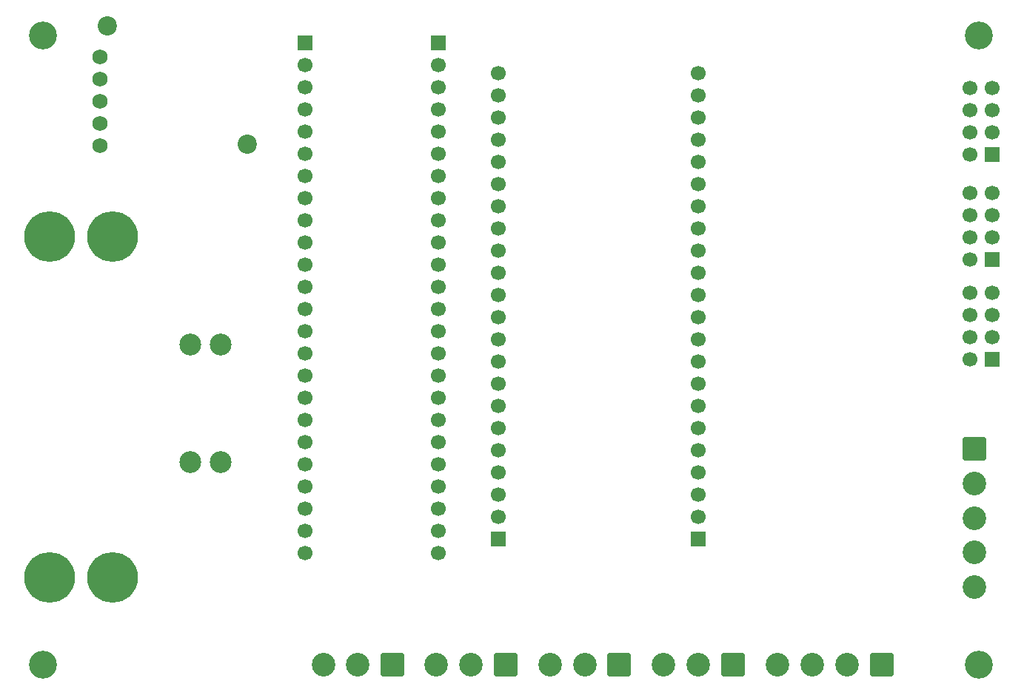
<source format=gbr>
%TF.GenerationSoftware,KiCad,Pcbnew,9.0.4*%
%TF.CreationDate,2025-12-21T10:21:05+05:30*%
%TF.ProjectId,RideOnV2Schematic,52696465-4f6e-4563-9253-6368656d6174,rev?*%
%TF.SameCoordinates,Original*%
%TF.FileFunction,Soldermask,Bot*%
%TF.FilePolarity,Negative*%
%FSLAX46Y46*%
G04 Gerber Fmt 4.6, Leading zero omitted, Abs format (unit mm)*
G04 Created by KiCad (PCBNEW 9.0.4) date 2025-12-21 10:21:05*
%MOMM*%
%LPD*%
G01*
G04 APERTURE LIST*
G04 Aperture macros list*
%AMRoundRect*
0 Rectangle with rounded corners*
0 $1 Rounding radius*
0 $2 $3 $4 $5 $6 $7 $8 $9 X,Y pos of 4 corners*
0 Add a 4 corners polygon primitive as box body*
4,1,4,$2,$3,$4,$5,$6,$7,$8,$9,$2,$3,0*
0 Add four circle primitives for the rounded corners*
1,1,$1+$1,$2,$3*
1,1,$1+$1,$4,$5*
1,1,$1+$1,$6,$7*
1,1,$1+$1,$8,$9*
0 Add four rect primitives between the rounded corners*
20,1,$1+$1,$2,$3,$4,$5,0*
20,1,$1+$1,$4,$5,$6,$7,0*
20,1,$1+$1,$6,$7,$8,$9,0*
20,1,$1+$1,$8,$9,$2,$3,0*%
G04 Aperture macros list end*
%ADD10C,2.200000*%
%ADD11C,1.734000*%
%ADD12R,1.700000X1.700000*%
%ADD13C,1.700000*%
%ADD14C,3.200000*%
%ADD15RoundRect,0.250001X1.099999X1.099999X-1.099999X1.099999X-1.099999X-1.099999X1.099999X-1.099999X0*%
%ADD16C,2.700000*%
%ADD17C,2.500000*%
%ADD18C,5.800000*%
%ADD19RoundRect,0.250001X-1.099999X1.099999X-1.099999X-1.099999X1.099999X-1.099999X1.099999X1.099999X0*%
G04 APERTURE END LIST*
D10*
%TO.C,U6*%
X91350000Y-38905000D03*
X107350000Y-52405000D03*
D11*
X90500000Y-42420000D03*
X90500000Y-44960000D03*
X90500000Y-47500000D03*
X90500000Y-50040000D03*
X90500000Y-52580000D03*
%TD*%
D12*
%TO.C,J1*%
X192540000Y-53600000D03*
D13*
X190000000Y-53600000D03*
X192540000Y-51060000D03*
X190000000Y-51060000D03*
X192540000Y-48520000D03*
X190000000Y-48520000D03*
X192540000Y-45980000D03*
X190000000Y-45980000D03*
%TD*%
D14*
%TO.C,H1*%
X84000000Y-40000000D03*
%TD*%
%TO.C,H3*%
X191000000Y-40000000D03*
%TD*%
D15*
%TO.C,J5*%
X179920000Y-112000000D03*
D16*
X175960000Y-112000000D03*
X172000000Y-112000000D03*
X168040000Y-112000000D03*
%TD*%
D12*
%TO.C,J9*%
X129200000Y-40790000D03*
D13*
X129200000Y-43330000D03*
X129200000Y-45870000D03*
X129200000Y-48410000D03*
X129200000Y-50950000D03*
X129200000Y-53490000D03*
X129200000Y-56030000D03*
X129200000Y-58570000D03*
X129200000Y-61110000D03*
X129200000Y-63650000D03*
X129200000Y-66190000D03*
X129200000Y-68730000D03*
X129200000Y-71270000D03*
X129200000Y-73810000D03*
X129200000Y-76350000D03*
X129200000Y-78890000D03*
X129200000Y-81430000D03*
X129200000Y-83970000D03*
X129200000Y-86510000D03*
X129200000Y-89050000D03*
X129200000Y-91590000D03*
X129200000Y-94130000D03*
X129200000Y-96670000D03*
X129200000Y-99210000D03*
%TD*%
D17*
%TO.C,F1_30AMP1*%
X104300000Y-75360000D03*
X100900000Y-75360000D03*
X104300000Y-88840000D03*
X100900000Y-88840000D03*
%TD*%
D18*
%TO.C,J15*%
X84800000Y-63000000D03*
X92000000Y-63000000D03*
%TD*%
D12*
%TO.C,J2*%
X192540000Y-65620000D03*
D13*
X190000000Y-65620000D03*
X192540000Y-63080000D03*
X190000000Y-63080000D03*
X192540000Y-60540000D03*
X190000000Y-60540000D03*
X192540000Y-58000000D03*
X190000000Y-58000000D03*
%TD*%
D15*
%TO.C,J11*%
X136920000Y-112000000D03*
D16*
X132960000Y-112000000D03*
X129000000Y-112000000D03*
%TD*%
D12*
%TO.C,J10*%
X192580000Y-77040000D03*
D13*
X190040000Y-77040000D03*
X192580000Y-74500000D03*
X190040000Y-74500000D03*
X192580000Y-71960000D03*
X190040000Y-71960000D03*
X192580000Y-69420000D03*
X190040000Y-69420000D03*
%TD*%
D12*
%TO.C,J4*%
X158930000Y-97590000D03*
D13*
X158930000Y-95050000D03*
X158930000Y-92510000D03*
X158930000Y-89970000D03*
X158930000Y-87430000D03*
X158930000Y-84890000D03*
X158930000Y-82350000D03*
X158930000Y-79810000D03*
X158930000Y-77270000D03*
X158930000Y-74730000D03*
X158930000Y-72190000D03*
X158930000Y-69650000D03*
X158930000Y-67110000D03*
X158930000Y-64570000D03*
X158930000Y-62030000D03*
X158930000Y-59490000D03*
X158930000Y-56950000D03*
X158930000Y-54410000D03*
X158930000Y-51870000D03*
X158930000Y-49330000D03*
X158930000Y-46790000D03*
X158930000Y-44250000D03*
%TD*%
D14*
%TO.C,H2*%
X84000000Y-112000000D03*
%TD*%
D15*
%TO.C,J12*%
X149920000Y-112000000D03*
D16*
X145960000Y-112000000D03*
X142000000Y-112000000D03*
%TD*%
D12*
%TO.C,J8*%
X136070000Y-97590000D03*
D13*
X136070000Y-95050000D03*
X136070000Y-92510000D03*
X136070000Y-89970000D03*
X136070000Y-87430000D03*
X136070000Y-84890000D03*
X136070000Y-82350000D03*
X136070000Y-79810000D03*
X136070000Y-77270000D03*
X136070000Y-74730000D03*
X136070000Y-72190000D03*
X136070000Y-69650000D03*
X136070000Y-67110000D03*
X136070000Y-64570000D03*
X136070000Y-62030000D03*
X136070000Y-59490000D03*
X136070000Y-56950000D03*
X136070000Y-54410000D03*
X136070000Y-51870000D03*
X136070000Y-49330000D03*
X136070000Y-46790000D03*
X136070000Y-44250000D03*
%TD*%
D15*
%TO.C,J13*%
X162920000Y-112000000D03*
D16*
X158960000Y-112000000D03*
X155000000Y-112000000D03*
%TD*%
D18*
%TO.C,J3*%
X84800000Y-102000000D03*
X92000000Y-102000000D03*
%TD*%
D15*
%TO.C,J16*%
X124000000Y-112000000D03*
D16*
X120040000Y-112000000D03*
X116080000Y-112000000D03*
%TD*%
D12*
%TO.C,J6*%
X113980000Y-40790000D03*
D13*
X113980000Y-43330000D03*
X113980000Y-45870000D03*
X113980000Y-48410000D03*
X113980000Y-50950000D03*
X113980000Y-53490000D03*
X113980000Y-56030000D03*
X113980000Y-58570000D03*
X113980000Y-61110000D03*
X113980000Y-63650000D03*
X113980000Y-66190000D03*
X113980000Y-68730000D03*
X113980000Y-71270000D03*
X113980000Y-73810000D03*
X113980000Y-76350000D03*
X113980000Y-78890000D03*
X113980000Y-81430000D03*
X113980000Y-83970000D03*
X113980000Y-86510000D03*
X113980000Y-89050000D03*
X113980000Y-91590000D03*
X113980000Y-94130000D03*
X113980000Y-96670000D03*
X113980000Y-99210000D03*
%TD*%
D14*
%TO.C,H4*%
X191000000Y-112000000D03*
%TD*%
D19*
%TO.C,J7*%
X190550000Y-87302500D03*
D16*
X190550000Y-91262500D03*
X190550000Y-95222500D03*
X190550000Y-99182500D03*
X190550000Y-103142500D03*
%TD*%
M02*

</source>
